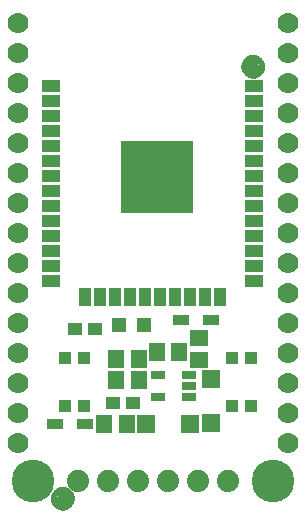
<source format=gbr>
G04 EAGLE Gerber RS-274X export*
G75*
%MOMM*%
%FSLAX34Y34*%
%LPD*%
%INSoldermask Top*%
%IPPOS*%
%AMOC8*
5,1,8,0,0,1.08239X$1,22.5*%
G01*
%ADD10R,1.341600X1.601600*%
%ADD11R,1.301600X0.651600*%
%ADD12R,1.601600X1.341600*%
%ADD13C,3.617600*%
%ADD14C,1.101600*%
%ADD15C,0.500000*%
%ADD16C,1.879600*%
%ADD17R,1.176600X1.101600*%
%ADD18R,1.451600X0.901600*%
%ADD19R,1.501600X1.501600*%
%ADD20R,1.001600X1.001600*%
%ADD21R,1.301600X1.301600*%
%ADD22R,1.601600X1.001600*%
%ADD23R,1.001600X1.601600*%
%ADD24R,6.101600X6.101600*%
%ADD25C,1.778000*%


D10*
X95910Y110490D03*
X114910Y110490D03*
D11*
X157781Y95910D03*
X157781Y105410D03*
X157781Y114910D03*
X131779Y114910D03*
X131779Y95910D03*
D12*
X166370Y127660D03*
X166370Y146660D03*
D13*
X25400Y25400D03*
X228600Y25400D03*
D14*
X212090Y375920D03*
D15*
X212090Y383420D02*
X211909Y383418D01*
X211728Y383411D01*
X211547Y383400D01*
X211366Y383385D01*
X211186Y383365D01*
X211006Y383341D01*
X210827Y383313D01*
X210649Y383280D01*
X210472Y383243D01*
X210295Y383202D01*
X210120Y383157D01*
X209945Y383107D01*
X209772Y383053D01*
X209601Y382995D01*
X209430Y382933D01*
X209262Y382866D01*
X209095Y382796D01*
X208929Y382722D01*
X208766Y382643D01*
X208605Y382561D01*
X208445Y382475D01*
X208288Y382385D01*
X208133Y382291D01*
X207980Y382194D01*
X207830Y382092D01*
X207682Y381988D01*
X207536Y381879D01*
X207394Y381768D01*
X207254Y381652D01*
X207117Y381534D01*
X206982Y381412D01*
X206851Y381287D01*
X206723Y381159D01*
X206598Y381028D01*
X206476Y380893D01*
X206358Y380756D01*
X206242Y380616D01*
X206131Y380474D01*
X206022Y380328D01*
X205918Y380180D01*
X205816Y380030D01*
X205719Y379877D01*
X205625Y379722D01*
X205535Y379565D01*
X205449Y379405D01*
X205367Y379244D01*
X205288Y379081D01*
X205214Y378915D01*
X205144Y378748D01*
X205077Y378580D01*
X205015Y378409D01*
X204957Y378238D01*
X204903Y378065D01*
X204853Y377890D01*
X204808Y377715D01*
X204767Y377538D01*
X204730Y377361D01*
X204697Y377183D01*
X204669Y377004D01*
X204645Y376824D01*
X204625Y376644D01*
X204610Y376463D01*
X204599Y376282D01*
X204592Y376101D01*
X204590Y375920D01*
X212090Y383420D02*
X212271Y383418D01*
X212452Y383411D01*
X212633Y383400D01*
X212814Y383385D01*
X212994Y383365D01*
X213174Y383341D01*
X213353Y383313D01*
X213531Y383280D01*
X213708Y383243D01*
X213885Y383202D01*
X214060Y383157D01*
X214235Y383107D01*
X214408Y383053D01*
X214579Y382995D01*
X214750Y382933D01*
X214918Y382866D01*
X215085Y382796D01*
X215251Y382722D01*
X215414Y382643D01*
X215575Y382561D01*
X215735Y382475D01*
X215892Y382385D01*
X216047Y382291D01*
X216200Y382194D01*
X216350Y382092D01*
X216498Y381988D01*
X216644Y381879D01*
X216786Y381768D01*
X216926Y381652D01*
X217063Y381534D01*
X217198Y381412D01*
X217329Y381287D01*
X217457Y381159D01*
X217582Y381028D01*
X217704Y380893D01*
X217822Y380756D01*
X217938Y380616D01*
X218049Y380474D01*
X218158Y380328D01*
X218262Y380180D01*
X218364Y380030D01*
X218461Y379877D01*
X218555Y379722D01*
X218645Y379565D01*
X218731Y379405D01*
X218813Y379244D01*
X218892Y379081D01*
X218966Y378915D01*
X219036Y378748D01*
X219103Y378580D01*
X219165Y378409D01*
X219223Y378238D01*
X219277Y378065D01*
X219327Y377890D01*
X219372Y377715D01*
X219413Y377538D01*
X219450Y377361D01*
X219483Y377183D01*
X219511Y377004D01*
X219535Y376824D01*
X219555Y376644D01*
X219570Y376463D01*
X219581Y376282D01*
X219588Y376101D01*
X219590Y375920D01*
X219588Y375739D01*
X219581Y375558D01*
X219570Y375377D01*
X219555Y375196D01*
X219535Y375016D01*
X219511Y374836D01*
X219483Y374657D01*
X219450Y374479D01*
X219413Y374302D01*
X219372Y374125D01*
X219327Y373950D01*
X219277Y373775D01*
X219223Y373602D01*
X219165Y373431D01*
X219103Y373260D01*
X219036Y373092D01*
X218966Y372925D01*
X218892Y372759D01*
X218813Y372596D01*
X218731Y372435D01*
X218645Y372275D01*
X218555Y372118D01*
X218461Y371963D01*
X218364Y371810D01*
X218262Y371660D01*
X218158Y371512D01*
X218049Y371366D01*
X217938Y371224D01*
X217822Y371084D01*
X217704Y370947D01*
X217582Y370812D01*
X217457Y370681D01*
X217329Y370553D01*
X217198Y370428D01*
X217063Y370306D01*
X216926Y370188D01*
X216786Y370072D01*
X216644Y369961D01*
X216498Y369852D01*
X216350Y369748D01*
X216200Y369646D01*
X216047Y369549D01*
X215892Y369455D01*
X215735Y369365D01*
X215575Y369279D01*
X215414Y369197D01*
X215251Y369118D01*
X215085Y369044D01*
X214918Y368974D01*
X214750Y368907D01*
X214579Y368845D01*
X214408Y368787D01*
X214235Y368733D01*
X214060Y368683D01*
X213885Y368638D01*
X213708Y368597D01*
X213531Y368560D01*
X213353Y368527D01*
X213174Y368499D01*
X212994Y368475D01*
X212814Y368455D01*
X212633Y368440D01*
X212452Y368429D01*
X212271Y368422D01*
X212090Y368420D01*
X211909Y368422D01*
X211728Y368429D01*
X211547Y368440D01*
X211366Y368455D01*
X211186Y368475D01*
X211006Y368499D01*
X210827Y368527D01*
X210649Y368560D01*
X210472Y368597D01*
X210295Y368638D01*
X210120Y368683D01*
X209945Y368733D01*
X209772Y368787D01*
X209601Y368845D01*
X209430Y368907D01*
X209262Y368974D01*
X209095Y369044D01*
X208929Y369118D01*
X208766Y369197D01*
X208605Y369279D01*
X208445Y369365D01*
X208288Y369455D01*
X208133Y369549D01*
X207980Y369646D01*
X207830Y369748D01*
X207682Y369852D01*
X207536Y369961D01*
X207394Y370072D01*
X207254Y370188D01*
X207117Y370306D01*
X206982Y370428D01*
X206851Y370553D01*
X206723Y370681D01*
X206598Y370812D01*
X206476Y370947D01*
X206358Y371084D01*
X206242Y371224D01*
X206131Y371366D01*
X206022Y371512D01*
X205918Y371660D01*
X205816Y371810D01*
X205719Y371963D01*
X205625Y372118D01*
X205535Y372275D01*
X205449Y372435D01*
X205367Y372596D01*
X205288Y372759D01*
X205214Y372925D01*
X205144Y373092D01*
X205077Y373260D01*
X205015Y373431D01*
X204957Y373602D01*
X204903Y373775D01*
X204853Y373950D01*
X204808Y374125D01*
X204767Y374302D01*
X204730Y374479D01*
X204697Y374657D01*
X204669Y374836D01*
X204645Y375016D01*
X204625Y375196D01*
X204610Y375377D01*
X204599Y375558D01*
X204592Y375739D01*
X204590Y375920D01*
D14*
X50800Y10160D03*
D15*
X50800Y17660D02*
X50619Y17658D01*
X50438Y17651D01*
X50257Y17640D01*
X50076Y17625D01*
X49896Y17605D01*
X49716Y17581D01*
X49537Y17553D01*
X49359Y17520D01*
X49182Y17483D01*
X49005Y17442D01*
X48830Y17397D01*
X48655Y17347D01*
X48482Y17293D01*
X48311Y17235D01*
X48140Y17173D01*
X47972Y17106D01*
X47805Y17036D01*
X47639Y16962D01*
X47476Y16883D01*
X47315Y16801D01*
X47155Y16715D01*
X46998Y16625D01*
X46843Y16531D01*
X46690Y16434D01*
X46540Y16332D01*
X46392Y16228D01*
X46246Y16119D01*
X46104Y16008D01*
X45964Y15892D01*
X45827Y15774D01*
X45692Y15652D01*
X45561Y15527D01*
X45433Y15399D01*
X45308Y15268D01*
X45186Y15133D01*
X45068Y14996D01*
X44952Y14856D01*
X44841Y14714D01*
X44732Y14568D01*
X44628Y14420D01*
X44526Y14270D01*
X44429Y14117D01*
X44335Y13962D01*
X44245Y13805D01*
X44159Y13645D01*
X44077Y13484D01*
X43998Y13321D01*
X43924Y13155D01*
X43854Y12988D01*
X43787Y12820D01*
X43725Y12649D01*
X43667Y12478D01*
X43613Y12305D01*
X43563Y12130D01*
X43518Y11955D01*
X43477Y11778D01*
X43440Y11601D01*
X43407Y11423D01*
X43379Y11244D01*
X43355Y11064D01*
X43335Y10884D01*
X43320Y10703D01*
X43309Y10522D01*
X43302Y10341D01*
X43300Y10160D01*
X50800Y17660D02*
X50981Y17658D01*
X51162Y17651D01*
X51343Y17640D01*
X51524Y17625D01*
X51704Y17605D01*
X51884Y17581D01*
X52063Y17553D01*
X52241Y17520D01*
X52418Y17483D01*
X52595Y17442D01*
X52770Y17397D01*
X52945Y17347D01*
X53118Y17293D01*
X53289Y17235D01*
X53460Y17173D01*
X53628Y17106D01*
X53795Y17036D01*
X53961Y16962D01*
X54124Y16883D01*
X54285Y16801D01*
X54445Y16715D01*
X54602Y16625D01*
X54757Y16531D01*
X54910Y16434D01*
X55060Y16332D01*
X55208Y16228D01*
X55354Y16119D01*
X55496Y16008D01*
X55636Y15892D01*
X55773Y15774D01*
X55908Y15652D01*
X56039Y15527D01*
X56167Y15399D01*
X56292Y15268D01*
X56414Y15133D01*
X56532Y14996D01*
X56648Y14856D01*
X56759Y14714D01*
X56868Y14568D01*
X56972Y14420D01*
X57074Y14270D01*
X57171Y14117D01*
X57265Y13962D01*
X57355Y13805D01*
X57441Y13645D01*
X57523Y13484D01*
X57602Y13321D01*
X57676Y13155D01*
X57746Y12988D01*
X57813Y12820D01*
X57875Y12649D01*
X57933Y12478D01*
X57987Y12305D01*
X58037Y12130D01*
X58082Y11955D01*
X58123Y11778D01*
X58160Y11601D01*
X58193Y11423D01*
X58221Y11244D01*
X58245Y11064D01*
X58265Y10884D01*
X58280Y10703D01*
X58291Y10522D01*
X58298Y10341D01*
X58300Y10160D01*
X58298Y9979D01*
X58291Y9798D01*
X58280Y9617D01*
X58265Y9436D01*
X58245Y9256D01*
X58221Y9076D01*
X58193Y8897D01*
X58160Y8719D01*
X58123Y8542D01*
X58082Y8365D01*
X58037Y8190D01*
X57987Y8015D01*
X57933Y7842D01*
X57875Y7671D01*
X57813Y7500D01*
X57746Y7332D01*
X57676Y7165D01*
X57602Y6999D01*
X57523Y6836D01*
X57441Y6675D01*
X57355Y6515D01*
X57265Y6358D01*
X57171Y6203D01*
X57074Y6050D01*
X56972Y5900D01*
X56868Y5752D01*
X56759Y5606D01*
X56648Y5464D01*
X56532Y5324D01*
X56414Y5187D01*
X56292Y5052D01*
X56167Y4921D01*
X56039Y4793D01*
X55908Y4668D01*
X55773Y4546D01*
X55636Y4428D01*
X55496Y4312D01*
X55354Y4201D01*
X55208Y4092D01*
X55060Y3988D01*
X54910Y3886D01*
X54757Y3789D01*
X54602Y3695D01*
X54445Y3605D01*
X54285Y3519D01*
X54124Y3437D01*
X53961Y3358D01*
X53795Y3284D01*
X53628Y3214D01*
X53460Y3147D01*
X53289Y3085D01*
X53118Y3027D01*
X52945Y2973D01*
X52770Y2923D01*
X52595Y2878D01*
X52418Y2837D01*
X52241Y2800D01*
X52063Y2767D01*
X51884Y2739D01*
X51704Y2715D01*
X51524Y2695D01*
X51343Y2680D01*
X51162Y2669D01*
X50981Y2662D01*
X50800Y2660D01*
X50619Y2662D01*
X50438Y2669D01*
X50257Y2680D01*
X50076Y2695D01*
X49896Y2715D01*
X49716Y2739D01*
X49537Y2767D01*
X49359Y2800D01*
X49182Y2837D01*
X49005Y2878D01*
X48830Y2923D01*
X48655Y2973D01*
X48482Y3027D01*
X48311Y3085D01*
X48140Y3147D01*
X47972Y3214D01*
X47805Y3284D01*
X47639Y3358D01*
X47476Y3437D01*
X47315Y3519D01*
X47155Y3605D01*
X46998Y3695D01*
X46843Y3789D01*
X46690Y3886D01*
X46540Y3988D01*
X46392Y4092D01*
X46246Y4201D01*
X46104Y4312D01*
X45964Y4428D01*
X45827Y4546D01*
X45692Y4668D01*
X45561Y4793D01*
X45433Y4921D01*
X45308Y5052D01*
X45186Y5187D01*
X45068Y5324D01*
X44952Y5464D01*
X44841Y5606D01*
X44732Y5752D01*
X44628Y5900D01*
X44526Y6050D01*
X44429Y6203D01*
X44335Y6358D01*
X44245Y6515D01*
X44159Y6675D01*
X44077Y6836D01*
X43998Y6999D01*
X43924Y7165D01*
X43854Y7332D01*
X43787Y7500D01*
X43725Y7671D01*
X43667Y7842D01*
X43613Y8015D01*
X43563Y8190D01*
X43518Y8365D01*
X43477Y8542D01*
X43440Y8719D01*
X43407Y8897D01*
X43379Y9076D01*
X43355Y9256D01*
X43335Y9436D01*
X43320Y9617D01*
X43309Y9798D01*
X43302Y9979D01*
X43300Y10160D01*
D16*
X63500Y25400D03*
X88900Y25400D03*
X114300Y25400D03*
X139700Y25400D03*
X165100Y25400D03*
X190500Y25400D03*
D17*
X93100Y91440D03*
X110100Y91440D03*
D18*
X44450Y73660D03*
X69850Y73660D03*
X151130Y161290D03*
X176530Y161290D03*
D19*
X158200Y73660D03*
X121200Y73660D03*
X176530Y111210D03*
X176530Y74210D03*
D20*
X52960Y129720D03*
X68960Y129720D03*
X68960Y88720D03*
X52960Y88720D03*
X193930Y129720D03*
X209930Y129720D03*
X209930Y88720D03*
X193930Y88720D03*
D21*
X119720Y157480D03*
X98720Y157480D03*
D17*
X61350Y153670D03*
X78350Y153670D03*
D22*
X41000Y359880D03*
X41000Y347180D03*
X41000Y334480D03*
X41000Y321780D03*
X41000Y309080D03*
X41000Y296380D03*
X41000Y283680D03*
X41000Y270980D03*
X41000Y258280D03*
X41000Y245580D03*
X41000Y232880D03*
X41000Y220180D03*
X41000Y207480D03*
X41000Y194780D03*
D23*
X70000Y180880D03*
X82700Y180880D03*
X95400Y180880D03*
X108100Y180880D03*
X120800Y180880D03*
X133500Y180880D03*
X146200Y180880D03*
X158900Y180880D03*
X171600Y180880D03*
X184300Y180880D03*
D22*
X213000Y194780D03*
X213000Y207480D03*
X213000Y220180D03*
X213000Y232880D03*
X213000Y245580D03*
X213000Y258280D03*
X213000Y270980D03*
X213000Y283680D03*
X213000Y296380D03*
X213000Y309080D03*
X213000Y321780D03*
X213000Y334480D03*
X213000Y347180D03*
X213000Y359880D03*
D24*
X130400Y282880D03*
D25*
X241300Y412750D03*
X241300Y387350D03*
X241300Y361950D03*
X241300Y336550D03*
X241300Y311150D03*
X241300Y285750D03*
X241300Y260350D03*
X241300Y234950D03*
X241300Y209550D03*
X241300Y184150D03*
X241300Y158750D03*
X241300Y133350D03*
X241300Y107950D03*
X241300Y82550D03*
X241300Y57150D03*
D10*
X130200Y134620D03*
X149200Y134620D03*
X95910Y128270D03*
X114910Y128270D03*
X85750Y73660D03*
X104750Y73660D03*
D25*
X12700Y412750D03*
X12700Y387350D03*
X12700Y361950D03*
X12700Y336550D03*
X12700Y311150D03*
X12700Y285750D03*
X12700Y260350D03*
X12700Y234950D03*
X12700Y209550D03*
X12700Y184150D03*
X12700Y158750D03*
X12700Y133350D03*
X12700Y107950D03*
X12700Y82550D03*
X12700Y57150D03*
M02*

</source>
